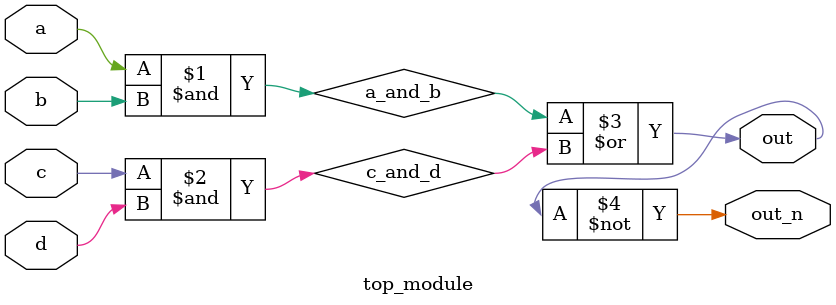
<source format=sv>

`default_nettype none

module top_module (
    input  a,
    input  b,
    input  c,
    input  d,
    output out,
    output out_n
);
  wire a_and_b = a & b;
  wire c_and_d = c & d;

  assign out   = a_and_b | c_and_d;
  assign out_n = ~out;
endmodule

</source>
